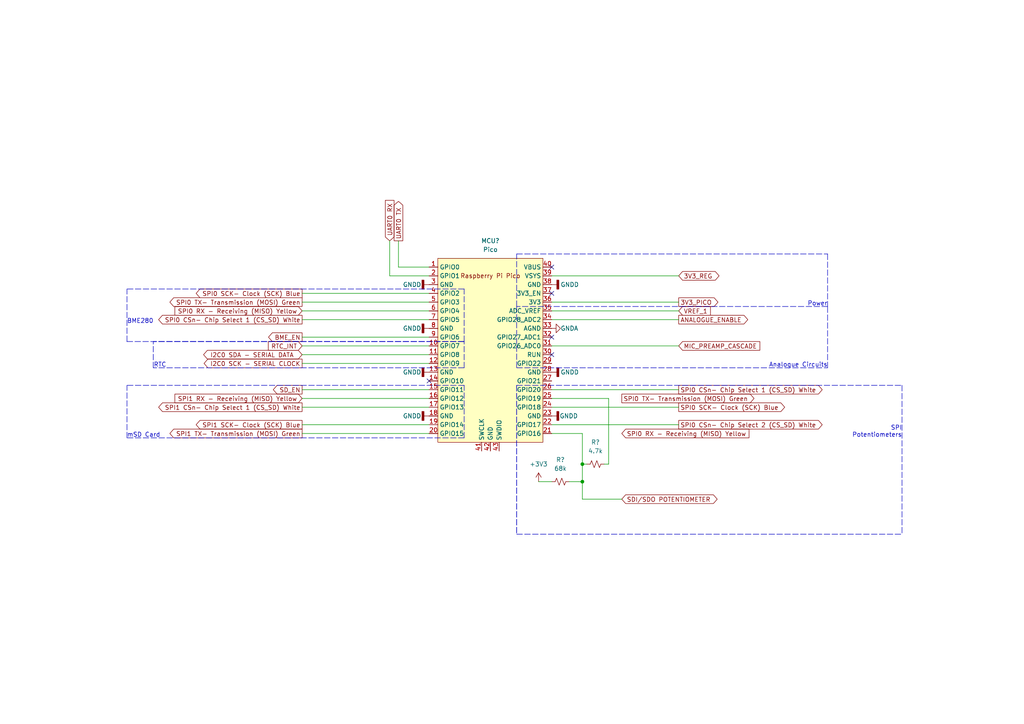
<source format=kicad_sch>
(kicad_sch (version 20211123) (generator eeschema)
  (paper "A4")
  (lib_symbols
    (symbol "Device:R_Small_US" (pin_numbers hide) (pin_names (offset 0.254) hide)
      (property "Reference" "R" (at 0.762 0.508 0))
      (property "Value" "R_Small_US" (at 0.762 -1.016 0))
      (symbol "R_Small_US_1_1"
        (polyline (pts (xy 0 0) (xy 1.016 -0.381) (xy 0 -0.762) (xy -1.016 -1.143) (xy 0 -1.524)))
        (polyline (pts (xy 0 1.524) (xy 1.016 1.143) (xy 0 0.762) (xy -1.016 0.381) (xy 0 0)))
        (pin passive line (at 0 2.54 270) (length 1.016) (name "~") (number "1"))
        (pin passive line (at 0 -2.54 90) (length 1.016) (name "~") (number "2"))
      )
    )
    (symbol "MCU_RaspberryPi_and_Boards:Pico"
      (property "Reference" "U" (at -13.97 27.94 0))
      (property "Value" "Pico" (at 0 19.05 0))
      (symbol "Pico_0_0"
        (text "Raspberry Pi Pico" (at 0 21.59 0) (effects (font (size 1.27 1.27))))
      )
      (symbol "Pico_0_1"
        (rectangle (start -15.24 26.67) (end 15.24 -26.67) (fill (type background)))
      )
      (symbol "Pico_1_1"
        (pin bidirectional line (at -17.78 24.13 0) (length 2.54) (name "GPIO0") (number "1"))
        (pin bidirectional line (at -17.78 1.27 0) (length 2.54) (name "GPIO7") (number "10"))
        (pin bidirectional line (at -17.78 -1.27 0) (length 2.54) (name "GPIO8") (number "11"))
        (pin bidirectional line (at -17.78 -3.81 0) (length 2.54) (name "GPIO9") (number "12"))
        (pin power_in line (at -17.78 -6.35 0) (length 2.54) (name "GND") (number "13"))
        (pin bidirectional line (at -17.78 -8.89 0) (length 2.54) (name "GPIO10") (number "14"))
        (pin bidirectional line (at -17.78 -11.43 0) (length 2.54) (name "GPIO11") (number "15"))
        (pin bidirectional line (at -17.78 -13.97 0) (length 2.54) (name "GPIO12") (number "16"))
        (pin bidirectional line (at -17.78 -16.51 0) (length 2.54) (name "GPIO13") (number "17"))
        (pin power_in line (at -17.78 -19.05 0) (length 2.54) (name "GND") (number "18"))
        (pin bidirectional line (at -17.78 -21.59 0) (length 2.54) (name "GPIO14") (number "19"))
        (pin bidirectional line (at -17.78 21.59 0) (length 2.54) (name "GPIO1") (number "2"))
        (pin bidirectional line (at -17.78 -24.13 0) (length 2.54) (name "GPIO15") (number "20"))
        (pin bidirectional line (at 17.78 -24.13 180) (length 2.54) (name "GPIO16") (number "21"))
        (pin bidirectional line (at 17.78 -21.59 180) (length 2.54) (name "GPIO17") (number "22"))
        (pin power_in line (at 17.78 -19.05 180) (length 2.54) (name "GND") (number "23"))
        (pin bidirectional line (at 17.78 -16.51 180) (length 2.54) (name "GPIO18") (number "24"))
        (pin bidirectional line (at 17.78 -13.97 180) (length 2.54) (name "GPIO19") (number "25"))
        (pin bidirectional line (at 17.78 -11.43 180) (length 2.54) (name "GPIO20") (number "26"))
        (pin bidirectional line (at 17.78 -8.89 180) (length 2.54) (name "GPIO21") (number "27"))
        (pin power_in line (at 17.78 -6.35 180) (length 2.54) (name "GND") (number "28"))
        (pin bidirectional line (at 17.78 -3.81 180) (length 2.54) (name "GPIO22") (number "29"))
        (pin power_in line (at -17.78 19.05 0) (length 2.54) (name "GND") (number "3"))
        (pin input line (at 17.78 -1.27 180) (length 2.54) (name "RUN") (number "30"))
        (pin bidirectional line (at 17.78 1.27 180) (length 2.54) (name "GPIO26_ADC0") (number "31"))
        (pin bidirectional line (at 17.78 3.81 180) (length 2.54) (name "GPIO27_ADC1") (number "32"))
        (pin power_in line (at 17.78 6.35 180) (length 2.54) (name "AGND") (number "33"))
        (pin bidirectional line (at 17.78 8.89 180) (length 2.54) (name "GPIO28_ADC2") (number "34"))
        (pin power_in line (at 17.78 11.43 180) (length 2.54) (name "ADC_VREF") (number "35"))
        (pin power_in line (at 17.78 13.97 180) (length 2.54) (name "3V3") (number "36"))
        (pin input line (at 17.78 16.51 180) (length 2.54) (name "3V3_EN") (number "37"))
        (pin bidirectional line (at 17.78 19.05 180) (length 2.54) (name "GND") (number "38"))
        (pin power_in line (at 17.78 21.59 180) (length 2.54) (name "VSYS") (number "39"))
        (pin bidirectional line (at -17.78 16.51 0) (length 2.54) (name "GPIO2") (number "4"))
        (pin power_in line (at 17.78 24.13 180) (length 2.54) (name "VBUS") (number "40"))
        (pin input line (at -2.54 -29.21 90) (length 2.54) (name "SWCLK") (number "41"))
        (pin power_in line (at 0 -29.21 90) (length 2.54) (name "GND") (number "42"))
        (pin bidirectional line (at 2.54 -29.21 90) (length 2.54) (name "SWDIO") (number "43"))
        (pin bidirectional line (at -17.78 13.97 0) (length 2.54) (name "GPIO3") (number "5"))
        (pin bidirectional line (at -17.78 11.43 0) (length 2.54) (name "GPIO4") (number "6"))
        (pin bidirectional line (at -17.78 8.89 0) (length 2.54) (name "GPIO5") (number "7"))
        (pin power_in line (at -17.78 6.35 0) (length 2.54) (name "GND") (number "8"))
        (pin bidirectional line (at -17.78 3.81 0) (length 2.54) (name "GPIO6") (number "9"))
      )
    )
    (symbol "power:+3V3" (power) (pin_names (offset 0))
      (property "Value" "+3V3" (at 0 3.556 0))
      (symbol "+3V3_0_1"
        (polyline (pts (xy -0.762 1.27) (xy 0 2.54)))
        (polyline (pts (xy 0 0) (xy 0 2.54)))
        (polyline (pts (xy 0 2.54) (xy 0.762 1.27)))
      )
      (symbol "+3V3_1_1"
        (pin power_in line (at 0 0 90) (length 0) hide (name "+3V3") (number "1"))
      )
    )
    (symbol "power:GNDA" (power) (pin_names (offset 0))
      (property "Value" "GNDA" (at 0 -3.81 0))
      (symbol "GNDA_0_1"
        (polyline (pts (xy 0 0) (xy 0 -1.27) (xy 1.27 -1.27) (xy 0 -2.54) (xy -1.27 -1.27) (xy 0 -1.27)))
      )
      (symbol "GNDA_1_1"
        (pin power_in line (at 0 0 270) (length 0) hide (name "GNDA") (number "1"))
      )
    )
    (symbol "power:GNDD" (power) (pin_names (offset 0))
      (property "Value" "GNDD" (at 0 -3.175 0))
      (symbol "GNDD_0_1"
        (rectangle (start -1.27 -1.524) (end 1.27 -2.032) (stroke (width 0.254)) (fill (type outline)))
        (polyline (pts (xy 0 0) (xy 0 -1.524)))
      )
      (symbol "GNDD_1_1"
        (pin power_in line (at 0 0 270) (length 0) hide (name "GNDD") (number "1"))
      )
    )
  )
  (junction (at 168.91 139.7))
  (junction (at 168.91 134.62))
  (no_connect (at 160.02 77.47))
  (no_connect (at 160.02 97.79))
  (no_connect (at 160.02 102.87))
  (no_connect (at 124.46 110.49))
  (no_connect (at 160.02 85.09))
  (polyline (pts (xy 134.62 106.68) (xy 134.62 99.06)))
  (polyline (pts (xy 149.86 154.94) (xy 261.62 154.94)))
  (wire (pts (xy 168.91 144.78) (xy 180.34 144.78)))
  (polyline (pts (xy 240.03 106.68) (xy 240.03 88.9)))
  (wire (pts (xy 87.63 87.63) (xy 124.46 87.63)))
  (wire (pts (xy 113.03 80.01) (xy 113.03 69.85)))
  (polyline (pts (xy 149.86 106.68) (xy 240.03 106.68)))
  (polyline (pts (xy 261.62 111.76) (xy 261.62 154.94)))
  (wire (pts (xy 87.63 102.87) (xy 124.46 102.87)))
  (wire (pts (xy 160.02 80.01) (xy 196.85 80.01)))
  (wire (pts (xy 176.53 115.57) (xy 176.53 134.62)))
  (polyline (pts (xy 134.62 99.06) (xy 134.62 83.82)))
  (polyline (pts (xy 149.86 111.76) (xy 261.62 111.76)))
  (wire (pts (xy 168.91 125.73) (xy 168.91 134.62)))
  (polyline (pts (xy 134.62 127) (xy 36.83 127)))
  (wire (pts (xy 156.21 139.7) (xy 160.02 139.7)))
  (wire (pts (xy 168.91 134.62) (xy 168.91 139.7)))
  (wire (pts (xy 168.91 139.7) (xy 168.91 144.78)))
  (wire (pts (xy 196.85 123.19) (xy 160.02 123.19)))
  (wire (pts (xy 87.63 123.19) (xy 124.46 123.19)))
  (wire (pts (xy 87.63 97.79) (xy 124.46 97.79)))
  (polyline (pts (xy 149.86 73.66) (xy 240.03 73.66)))
  (polyline (pts (xy 134.62 83.82) (xy 36.83 83.82)))
  (wire (pts (xy 160.02 87.63) (xy 196.85 87.63)))
  (wire (pts (xy 87.63 115.57) (xy 124.46 115.57)))
  (wire (pts (xy 124.46 77.47) (xy 115.57 77.47)))
  (wire (pts (xy 124.46 80.01) (xy 113.03 80.01)))
  (polyline (pts (xy 134.62 106.68) (xy 44.45 106.68)))
  (wire (pts (xy 87.63 92.71) (xy 124.46 92.71)))
  (wire (pts (xy 160.02 90.17) (xy 196.85 90.17)))
  (polyline (pts (xy 149.86 111.76) (xy 149.86 154.94)))
  (wire (pts (xy 196.85 113.03) (xy 160.02 113.03)))
  (wire (pts (xy 87.63 90.17) (xy 124.46 90.17)))
  (wire (pts (xy 160.02 125.73) (xy 168.91 125.73)))
  (wire (pts (xy 160.02 115.57) (xy 176.53 115.57)))
  (polyline (pts (xy 149.86 88.9) (xy 149.86 106.68)))
  (wire (pts (xy 87.63 105.41) (xy 124.46 105.41)))
  (polyline (pts (xy 134.62 111.76) (xy 36.83 111.76)))
  (polyline (pts (xy 149.86 88.9) (xy 149.86 73.66)))
  (polyline (pts (xy 240.03 88.9) (xy 149.86 88.9)))
  (wire (pts (xy 87.63 85.09) (xy 124.46 85.09)))
  (wire (pts (xy 115.57 77.47) (xy 115.57 69.85)))
  (wire (pts (xy 160.02 100.33) (xy 196.85 100.33)))
  (polyline (pts (xy 240.03 73.66) (xy 240.03 88.9)))
  (wire (pts (xy 168.91 134.62) (xy 170.18 134.62)))
  (wire (pts (xy 175.26 134.62) (xy 176.53 134.62)))
  (polyline (pts (xy 44.45 106.68) (xy 44.45 99.06)))
  (wire (pts (xy 160.02 92.71) (xy 196.85 92.71)))
  (wire (pts (xy 196.85 118.11) (xy 160.02 118.11)))
  (polyline (pts (xy 149.86 111.76) (xy 149.86 154.94)))
  (polyline (pts (xy 134.62 127) (xy 134.62 111.76)))
  (polyline (pts (xy 36.83 99.06) (xy 134.62 99.06)))
  (polyline (pts (xy 36.83 99.06) (xy 36.83 83.82)))
  (wire (pts (xy 87.63 118.11) (xy 124.46 118.11)))
  (wire (pts (xy 87.63 125.73) (xy 124.46 125.73)))
  (wire (pts (xy 165.1 139.7) (xy 168.91 139.7)))
  (wire (pts (xy 87.63 100.33) (xy 124.46 100.33)))
  (polyline (pts (xy 134.62 99.06) (xy 44.45 99.06)))
  (polyline (pts (xy 36.83 127) (xy 36.83 111.76)))
  (wire (pts (xy 124.46 113.03) (xy 87.63 113.03)))
  (text "RTC\n" (at 48.26 106.68 180) (effects (font (size 1.27 1.27)) (justify right bottom)))
  (text "\nSPI\nPotentiometers" (at 261.62 127 180) (effects (font (size 1.27 1.27)) (justify right bottom)))
  (text "BME280" (at 36.83 93.98 0) (effects (font (size 1.27 1.27)) (justify left bottom)))
  (text "mSD Card" (at 36.83 127 0) (effects (font (size 1.27 1.27)) (justify left bottom)))
  (text "Analogue Circuits" (at 240.03 106.68 180) (effects (font (size 1.27 1.27)) (justify right bottom)))
  (text "Power" (at 240.03 88.9 180) (effects (font (size 1.27 1.27)) (justify right bottom)))
  (global_label "RTC_INT" (shape input) (at 87.63 100.33 180) (property "Intersheet References" "${INTERSHEET_REFS}" (effects hide)))
  (global_label "SPI1 CSn- Chip Select 1 (CS_SD) White" (shape output) (at 87.63 118.11 180) (property "Intersheet References" "${INTERSHEET_REFS}" (effects hide)))
  (global_label "SPI0 RX - Receiving (MISO) Yellow" (shape input) (at 180.34 125.73 0) (property "Intersheet References" "${INTERSHEET_REFS}" (effects hide)))
  (global_label "SD_EN" (shape output) (at 87.63 113.03 180) (property "Intersheet References" "${INTERSHEET_REFS}" (effects hide)))
  (global_label "SPI0 CSn- Chip Select 1 (CS_SD) White" (shape output) (at 87.63 92.71 180) (property "Intersheet References" "${INTERSHEET_REFS}" (effects hide)))
  (global_label "3V3_PICO" (shape output) (at 196.85 87.63 0) (property "Intersheet References" "${INTERSHEET_REFS}" (effects hide)))
  (global_label "SPI0 SCK- Clock (SCK) Blue" (shape output) (at 196.85 118.11 0) (property "Intersheet References" "${INTERSHEET_REFS}" (effects hide)))
  (global_label "UART0 TX" (shape output) (at 115.57 69.85 90) (property "Intersheet References" "${INTERSHEET_REFS}" (effects hide)))
  (global_label "SPI1 RX - Receiving (MISO) Yellow" (shape input) (at 87.63 115.57 180) (property "Intersheet References" "${INTERSHEET_REFS}" (effects hide)))
  (global_label "3V3_REG" (shape bidirectional) (at 196.85 80.01 0) (property "Intersheet References" "${INTERSHEET_REFS}" (effects hide)))
  (global_label "SPI1 SCK- Clock (SCK) Blue" (shape output) (at 87.63 123.19 180) (property "Intersheet References" "${INTERSHEET_REFS}" (effects hide)))
  (global_label "MIC_PREAMP_CASCADE" (shape input) (at 196.85 100.33 0) (property "Intersheet References" "${INTERSHEET_REFS}" (effects hide)))
  (global_label "VREF_1" (shape input) (at 196.85 90.17 0) (property "Intersheet References" "${INTERSHEET_REFS}" (effects hide)))
  (global_label "SPI0 SCK- Clock (SCK) Blue" (shape output) (at 87.63 85.09 180) (property "Intersheet References" "${INTERSHEET_REFS}" (effects hide)))
  (global_label "UART0 RX" (shape input) (at 113.03 69.85 90) (property "Intersheet References" "${INTERSHEET_REFS}" (effects hide)))
  (global_label "I2C0 SCK - SERIAL CLOCK" (shape output) (at 87.63 105.41 180) (property "Intersheet References" "${INTERSHEET_REFS}" (effects hide)))
  (global_label "SPI0 CSn- Chip Select 2 (CS_SD) White" (shape output) (at 196.85 123.19 0) (property "Intersheet References" "${INTERSHEET_REFS}" (effects hide)))
  (global_label "SDI{slash}SDO POTENTIOMETER" (shape bidirectional) (at 180.34 144.78 0) (property "Intersheet References" "${INTERSHEET_REFS}" (effects hide)))
  (global_label "I2C0 SDA - SERIAL DATA " (shape bidirectional) (at 87.63 102.87 180) (property "Intersheet References" "${INTERSHEET_REFS}" (effects hide)))
  (global_label "SPI0 TX- Transmission (MOSI) Green" (shape output) (at 87.63 87.63 180) (property "Intersheet References" "${INTERSHEET_REFS}" (effects hide)))
  (global_label "SPI0 TX- Transmission (MOSI) Green" (shape output) (at 180.34 115.57 0) (property "Intersheet References" "${INTERSHEET_REFS}" (effects hide)))
  (global_label "ANALOGUE_ENABLE" (shape output) (at 196.85 92.71 0) (property "Intersheet References" "${INTERSHEET_REFS}" (effects hide)))
  (global_label "BME_EN" (shape output) (at 87.63 97.79 180) (property "Intersheet References" "${INTERSHEET_REFS}" (effects hide)))
  (global_label "SPI0 CSn- Chip Select 1 (CS_SD) White" (shape output) (at 196.85 113.03 0) (property "Intersheet References" "${INTERSHEET_REFS}" (effects hide)))
  (global_label "SPI0 RX - Receiving (MISO) Yellow" (shape input) (at 87.63 90.17 180) (property "Intersheet References" "${INTERSHEET_REFS}" (effects hide)))
  (global_label "SPI1 TX- Transmission (MOSI) Green" (shape output) (at 87.63 125.73 180) (property "Intersheet References" "${INTERSHEET_REFS}" (effects hide)))
  (symbol (lib_id "power:GNDD") (at 160.02 120.65 90) (unit 1)
    (property "Reference" "#PWR?" (effects hide))
    (property "Value" "GNDD" (at 167.64 120.65 90) (effects (justify left)))
  )
  (symbol (lib_id "Device:R_Small_US") (at 172.72 134.62 270) (unit 1)
    (property "Reference" "R?" (at 172.72 128.27 90))
    (property "Value" "4.7k" (at 172.72 130.81 90))
  )
  (symbol (lib_id "power:GNDD") (at 124.46 82.55 270) (unit 1)
    (property "Reference" "#PWR?" (effects hide))
    (property "Value" "GNDD" (at 116.84 82.55 90) (effects (justify left)))
  )
  (symbol (lib_id "MCU_RaspberryPi_and_Boards:Pico") (at 142.24 101.6 0) (unit 1)
    (property "Reference" "MCU?" (at 142.24 69.85 0))
    (property "Value" "Pico" (at 142.24 72.39 0))
    (property "Footprint" "RPi_Pico:RPi_Pico_SMD_TH" (effects hide))
  )
  (symbol (lib_id "power:GNDD") (at 124.46 120.65 270) (unit 1)
    (property "Reference" "#PWR?" (effects hide))
    (property "Value" "GNDD" (at 116.84 120.65 90) (effects (justify left)))
  )
  (symbol (lib_id "power:+3V3") (at 156.21 139.7 0) (unit 1)
    (property "Reference" "#PWR?" (effects hide))
    (property "Value" "+3V3" (at 156.21 134.62 0))
  )
  (symbol (lib_id "power:GNDA") (at 160.02 95.25 90) (unit 1)
    (property "Reference" "#PWR?" (effects hide))
    (property "Value" "GNDA" (at 162.56 95.25 90) (effects (justify right)))
  )
  (symbol (lib_id "power:GNDD") (at 160.02 82.55 90) (unit 1)
    (property "Reference" "#PWR?" (effects hide))
    (property "Value" "GNDD" (at 162.56 82.55 90) (effects (justify right)))
  )
  (symbol (lib_id "power:GNDD") (at 124.46 95.25 270) (unit 1)
    (property "Reference" "#PWR?" (effects hide))
    (property "Value" "GNDD" (at 116.84 95.25 90) (effects (justify left)))
  )
  (symbol (lib_id "power:GNDD") (at 124.46 107.95 270) (unit 1)
    (property "Reference" "#PWR?" (effects hide))
    (property "Value" "GNDD" (at 116.84 107.95 90) (effects (justify left)))
  )
  (symbol (lib_id "Device:R_Small_US") (at 162.56 139.7 270) (unit 1)
    (property "Reference" "R?" (at 162.56 133.35 90))
    (property "Value" "68k" (at 162.56 135.89 90))
  )
  (symbol (lib_id "power:GNDD") (at 160.02 107.95 90) (unit 1)
    (property "Reference" "#PWR?" (effects hide))
    (property "Value" "GNDD" (at 162.56 107.95 90) (effects (justify right)))
  )
)
</source>
